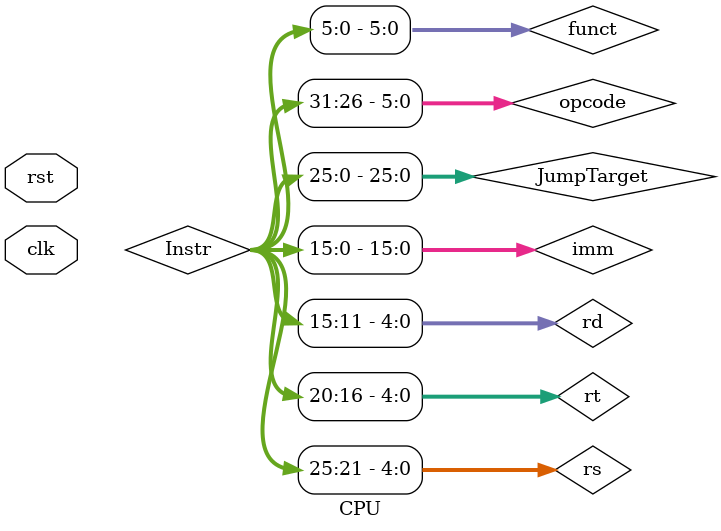
<source format=v>
`define EOF 32'hFFFF_FFFF
`define NULL 0
`timescale 1ns/100ps

module CPU(clk,rst);
	// CPU inputs
	input clk, rst;

	// CPU wires
	wire[31:0] PC_in, PC_out, PC_next; // In/Out for PC, and PC+4. Pc_in is output of JumpMux
	wire[31:0] Instr; // In/Out for inst mem
	wire[31:0] data_out; // Out for data mem

	wire[25:0] JumpTarget; // Instr[25:0]
	wire[31:0] JumpAddr; // Jump address
	wire[31:0] BranchMuxOut;
	wire[31:0] BranchAddr;

	wire[31:0] immExtended, immExtendedShifted; // Immediate field after sign-extension, and then after shift-left-2
	wire[15:0] imm;  // Immediate field (Instr[15:0])
	wire[5:0] opcode, funct;  // Instr[31:26], Instr[5:0]
	wire[4:0] rs, rt, rd, WriteRegister; // Address inputs to register file
	wire[31:0] RegWriteData, RegReadData1, RegReadData2;  // Data inputs/outputs for register file. RegWriteData output of MemtReg mux

	wire[31:0] ALUInput2, ALUResult;
	
	
	// Control signals
	wire RegDst, Jump, Branch, MemRead, MemtoReg, MemWrite, ALUSrc, RegWrite, Zero, BranchMuxSel;
	wire[1:0] ALUOp;
	wire[3:0] ALUCtrl;
	
	// Simple assignments
	assign opcode = Instr[31:26];
	assign rs = Instr[25:21];
	assign rt = Instr[20:16];
	assign rd = Instr[15:11];
	assign imm = Instr[15:0];
	assign funct = Instr[5:0];
	assign JumpTarget = Instr[25:0];
	assign PC_next = PC_out + 4;
	assign BranchMuxSel = Branch & Zero;
	assign BranchAddr = immExtendedShifted + PC_next;

	//MUXes
	mux5 WriteRegisterMUX(rt,rd,WriteRegister,RegDst);
	mux32 ALUInputMUX(RegReadData2,immExtended, ALUInput2, ALUSrc);
	mux32 BranchMUX(PC_next, BranchAddr, BranchMuxOut, BranchMuxSel);
	mux32 JumpMUX(BranchMuxOut, JumpAddr, PC_in, Jump);
	mux32 WriteDataMUX(ALUResult, data_out, RegWriteData, MemtoReg);

	// Modules
	Memory Memory(clk, PC_out,  Instr, ALUResult, RegReadData2, MemRead, MemWrite, data_out);
	PC PC(clk,rst,PC_in,PC_out);
	regfile regfile(clk, rst, rs, rt, WriteRegister, RegWriteData, RegWrite, RegReadData1, RegReadData2);
	ControlUnit ControlUnit(opcode,RegDst,ALUSrc,MemtoReg,RegWrite,MemRead,MemWrite,Branch,Jump,ALUOp);
	ALUControl ALUControl(ALUOp, funct, ALUCtrl);
	ALU ALU(ALUCtrl, RegReadData1, ALUInput2, ALUResult, Zero);
	SignExtendModule SignExtendModule(imm, immExtended);
	BranchTargetShifter BranchTargetShifter(immExtended, immExtendedShifted);
	JumpTargetShifter JumpTargetShifter(JumpTarget, PC_next, JumpAddr);
	
endmodule
</source>
